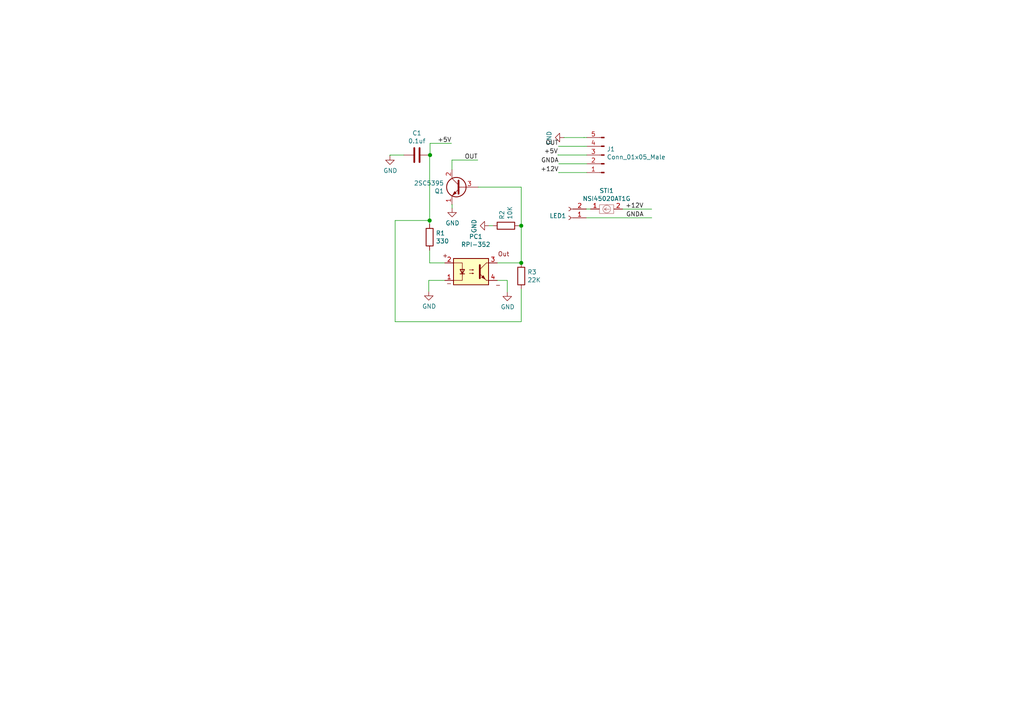
<source format=kicad_sch>
(kicad_sch (version 20210621) (generator eeschema)
  (paper "A4")
  (lib_symbols
    (symbol "Connector:Conn_01x02_Female" (pin_names (offset 1.016) hide)
      (property "Reference" "J" (at 0 2.54 0))
      (property "Value" "Conn_01x02_Female" (at 0 -5.08 0))
      (symbol "Conn_01x02_Female_1_1"
        (arc (start 0 -2.032) (end 0 -3.048) (radius (at 0 -2.54) (length 0.508) (angles 90.1 -90.1)) (stroke (width 0.1524)))
        (arc (start 0 0.508) (end 0 -0.508) (radius (at 0 0) (length 0.508) (angles 90.1 -90.1)) (stroke (width 0.1524)))
        (polyline (pts (xy -1.27 -2.54) (xy -0.508 -2.54)) (stroke (width 0.1524)))
        (polyline (pts (xy -1.27 0) (xy -0.508 0)) (stroke (width 0.1524)))
        (pin passive line (at -5.08 0 0) (length 3.81) (name "Pin_1") (number "1"))
        (pin passive line (at -5.08 -2.54 0) (length 3.81) (name "Pin_2") (number "2"))
      )
    )
    (symbol "Connector:Conn_01x05_Male" (pin_names (offset 1.016) hide)
      (property "Reference" "J" (at 0 7.62 0))
      (property "Value" "Conn_01x05_Male" (at 0 -7.62 0))
      (symbol "Conn_01x05_Male_1_1"
        (rectangle (start 0.8636 -4.953) (end 0 -5.207) (stroke (width 0.1524)) (fill (type outline)))
        (rectangle (start 0.8636 -2.413) (end 0 -2.667) (stroke (width 0.1524)) (fill (type outline)))
        (rectangle (start 0.8636 0.127) (end 0 -0.127) (stroke (width 0.1524)) (fill (type outline)))
        (rectangle (start 0.8636 2.667) (end 0 2.413) (stroke (width 0.1524)) (fill (type outline)))
        (rectangle (start 0.8636 5.207) (end 0 4.953) (stroke (width 0.1524)) (fill (type outline)))
        (polyline (pts (xy 1.27 -5.08) (xy 0.8636 -5.08)) (stroke (width 0.1524)))
        (polyline (pts (xy 1.27 -2.54) (xy 0.8636 -2.54)) (stroke (width 0.1524)))
        (polyline (pts (xy 1.27 0) (xy 0.8636 0)) (stroke (width 0.1524)))
        (polyline (pts (xy 1.27 2.54) (xy 0.8636 2.54)) (stroke (width 0.1524)))
        (polyline (pts (xy 1.27 5.08) (xy 0.8636 5.08)) (stroke (width 0.1524)))
        (pin passive line (at 5.08 5.08 180) (length 3.81) (name "Pin_1") (number "1"))
        (pin passive line (at 5.08 2.54 180) (length 3.81) (name "Pin_2") (number "2"))
        (pin passive line (at 5.08 0 180) (length 3.81) (name "Pin_3") (number "3"))
        (pin passive line (at 5.08 -2.54 180) (length 3.81) (name "Pin_4") (number "4"))
        (pin passive line (at 5.08 -5.08 180) (length 3.81) (name "Pin_5") (number "5"))
      )
    )
    (symbol "Device:C" (pin_numbers hide) (pin_names (offset 0.254))
      (property "Reference" "C" (at 0.635 2.54 0))
      (property "Value" "C" (at 0.635 -2.54 0))
      (symbol "C_0_1"
        (polyline (pts (xy -2.032 -0.762) (xy 2.032 -0.762)) (stroke (width 0.508)))
        (polyline (pts (xy -2.032 0.762) (xy 2.032 0.762)) (stroke (width 0.508)))
      )
      (symbol "C_1_1"
        (pin passive line (at 0 3.81 270) (length 2.794) (name "~") (number "1"))
        (pin passive line (at 0 -3.81 90) (length 2.794) (name "~") (number "2"))
      )
    )
    (symbol "Device:R" (pin_numbers hide) (pin_names (offset 0))
      (property "Reference" "R" (at 2.032 0 90))
      (property "Value" "R" (at 0 0 90))
      (symbol "R_0_1"
        (rectangle (start -1.016 -2.54) (end 1.016 2.54) (stroke (width 0.254)))
      )
      (symbol "R_1_1"
        (pin passive line (at 0 3.81 270) (length 1.27) (name "~") (number "1"))
        (pin passive line (at 0 -3.81 90) (length 1.27) (name "~") (number "2"))
      )
    )
    (symbol "RPI-221:2SC5395" (pin_names (offset 0) hide)
      (property "Reference" "Q" (at 5.08 1.905 0))
      (property "Value" "2SC5395" (at 5.08 0 0))
      (symbol "2SC5395_0_1"
        (circle (center 1.27 0) (radius 2.8194) (stroke (width 0.254)))
        (polyline (pts (xy 0 0) (xy 0.635 0)))
        (polyline (pts (xy 0.635 0.635) (xy 2.54 2.54)))
        (polyline (pts (xy 0.635 -0.635) (xy 2.54 -2.54) (xy 2.54 -2.54)))
        (polyline (pts (xy 0.635 1.905) (xy 0.635 -1.905) (xy 0.635 -1.905)) (stroke (width 0.508)))
        (polyline (pts (xy 1.27 -1.778) (xy 1.778 -1.27) (xy 2.286 -2.286) (xy 1.27 -1.778) (xy 1.27 -1.778)) (fill (type outline)))
      )
      (symbol "2SC5395_1_1"
        (pin passive line (at 2.54 -5.08 90) (length 2.54) (name "E") (number "1"))
        (pin passive line (at 2.54 5.08 270) (length 2.54) (name "C") (number "2"))
        (pin input line (at -5.08 0 0) (length 5.08) (name "B") (number "3"))
      )
    )
    (symbol "RPI-221:NSI45020AT1G" (pin_names (offset 1.016))
      (property "Reference" "D" (at 0.025 3.425 0))
      (property "Value" "NSI45020AT1G" (at -0.075 5.425 0))
      (symbol "NSI45020AT1G_0_1"
        (circle (center 0.025 0) (radius 1.115) (stroke (width 0.0006)))
        (rectangle (start -2 -1.25) (end 2.125 1.275) (stroke (width 0.0006)))
        (polyline (pts (xy 0.7 0) (xy 0.05 -0.425)) (stroke (width 0.0006)))
        (polyline (pts (xy -0.8 0) (xy 0.725 0) (xy 0.075 0.425) (xy 0.1 0.375)) (stroke (width 0.0006)))
      )
      (symbol "NSI45020AT1G_1_1"
        (pin output line (at 4.7 -0.025 180) (length 2.54) (name "") (number "1"))
        (pin input line (at -4.575 0 0) (length 2.54) (name "") (number "2"))
      )
    )
    (symbol "RPI-221:RPI-352" (pin_names (offset 1.016))
      (property "Reference" "U" (at -5.08 5.08 0))
      (property "Value" "RPI-352" (at -2.794 7.0866 0))
      (symbol "RPI-352_0_0"
        (text "+" (at -7.5184 4.6736 0) (effects (font (size 1.27 1.27))))
        (text "-" (at -6.4008 -3.4036 0) (effects (font (size 1.27 1.27))))
        (text "-" (at 7.8232 -3.8608 0) (effects (font (size 1.27 1.27))))
        (text "Out" (at 9.4488 5.1308 0) (effects (font (size 1.27 1.27))))
      )
      (symbol "RPI-352_0_1"
        (rectangle (start -5.08 3.81) (end 5.08 -3.81) (stroke (width 0.254)) (fill (type background)))
        (polyline (pts (xy -3.175 -0.635) (xy -1.905 -0.635)) (stroke (width 0.254)))
        (polyline (pts (xy 2.54 0.635) (xy 4.445 2.54)))
        (polyline (pts (xy 4.445 -2.54) (xy 5.08 -2.54)))
        (polyline (pts (xy 4.445 2.54) (xy 5.08 2.54)))
        (polyline (pts (xy -2.54 -0.635) (xy -2.54 -2.54) (xy -5.08 -2.54)))
        (polyline (pts (xy 2.54 1.905) (xy 2.54 -1.905) (xy 2.54 -1.905)) (stroke (width 0.508)))
        (polyline (pts (xy -5.08 2.54) (xy -2.54 2.54) (xy -2.54 -1.27) (xy -2.54 0.635)))
        (polyline (pts (xy -2.54 -0.635) (xy -3.175 0.635) (xy -1.905 0.635) (xy -2.54 -0.635)) (stroke (width 0.254)))
        (polyline (pts (xy -0.508 -0.508) (xy 0.762 -0.508) (xy 0.381 -0.635) (xy 0.381 -0.381) (xy 0.762 -0.508)))
        (polyline (pts (xy -0.508 0.508) (xy 0.762 0.508) (xy 0.381 0.381) (xy 0.381 0.635) (xy 0.762 0.508)))
        (polyline (pts (xy 4.445 -2.54) (xy 2.54 -0.635)) (fill (type outline)))
        (polyline (pts (xy 3.048 -1.651) (xy 3.556 -1.143) (xy 4.064 -2.159) (xy 3.048 -1.651) (xy 3.048 -1.651)) (fill (type outline)))
      )
      (symbol "RPI-352_1_1"
        (pin passive line (at -7.62 -2.54 0) (length 2.54) (name "~") (number "1"))
        (pin passive line (at -7.62 2.54 0) (length 2.54) (name "~") (number "2"))
        (pin passive line (at 7.62 2.54 180) (length 2.54) (name "~") (number "3"))
        (pin passive line (at 7.62 -2.54 180) (length 2.54) (name "~") (number "4"))
      )
    )
    (symbol "power:GND" (power) (pin_names (offset 0))
      (property "Value" "GND" (at 0 -3.81 0))
      (symbol "GND_0_1"
        (polyline (pts (xy 0 0) (xy 0 -1.27) (xy 1.27 -1.27) (xy 0 -2.54) (xy -1.27 -1.27) (xy 0 -1.27)))
      )
      (symbol "GND_1_1"
        (pin power_in line (at 0 0 270) (length 0) hide (name "GND") (number "1"))
      )
    )
  )
  (junction (at 124.6124 63.9572) (diameter 1.016))
  (junction (at 124.735 44.975) (diameter 1.016))
  (junction (at 151.1808 65.475) (diameter 1.016))
  (junction (at 151.1808 76.2508) (diameter 1.016))
  (wire (pts (xy 113.1 44.975) (xy 113.1 45.175)))
  (wire (pts (xy 114.6048 63.9572) (xy 124.6124 63.9572)))
  (wire (pts (xy 114.6048 93.3196) (xy 114.6048 63.9572)))
  (wire (pts (xy 114.6048 93.3196) (xy 151.1808 93.3196)))
  (wire (pts (xy 117.115 44.975) (xy 113.1 44.975)))
  (wire (pts (xy 124.3584 81.3308) (xy 129.0066 81.3308)))
  (wire (pts (xy 124.3584 84.5312) (xy 124.3584 81.3308)))
  (wire (pts (xy 124.6124 44.975) (xy 124.735 44.975)))
  (wire (pts (xy 124.6124 63.9572) (xy 124.6124 44.975)))
  (wire (pts (xy 124.6124 63.9572) (xy 124.6124 64.9732)))
  (wire (pts (xy 124.6124 76.2508) (xy 124.6124 72.5932)))
  (wire (pts (xy 124.735 41.575) (xy 130.95 41.575)))
  (wire (pts (xy 124.735 44.975) (xy 124.735 41.575)))
  (wire (pts (xy 129.0066 76.2508) (xy 124.6124 76.2508)))
  (wire (pts (xy 131.0894 46.425) (xy 138.575 46.425)))
  (wire (pts (xy 131.0894 49.1998) (xy 131.0894 46.425)))
  (wire (pts (xy 131.125 59.3598) (xy 131.0894 59.3598)))
  (wire (pts (xy 131.125 60.375) (xy 131.125 59.3598)))
  (wire (pts (xy 138.7094 54.275) (xy 138.7094 54.2798)))
  (wire (pts (xy 141.825 65.475) (xy 142.93 65.475)))
  (wire (pts (xy 144.2466 76.2508) (xy 151.1808 76.2508)))
  (wire (pts (xy 147.125 81.3308) (xy 144.2466 81.3308)))
  (wire (pts (xy 147.125 84.7) (xy 147.125 81.3308)))
  (wire (pts (xy 151.1808 54.275) (xy 138.7094 54.275)))
  (wire (pts (xy 151.1808 54.275) (xy 151.1808 65.475)))
  (wire (pts (xy 151.1808 65.475) (xy 150.55 65.475)))
  (wire (pts (xy 151.1808 65.475) (xy 151.1808 76.2508)))
  (wire (pts (xy 151.1808 93.3196) (xy 151.1808 83.8708)))
  (wire (pts (xy 161.8488 44.967) (xy 161.8488 44.8818)))
  (wire (pts (xy 162 42.435) (xy 162 42.425)))
  (wire (pts (xy 162 42.435) (xy 169.395 42.435)))
  (wire (pts (xy 162.052 50.047) (xy 162.052 50.067)))
  (wire (pts (xy 162.052 50.067) (xy 162.05 50.067)))
  (wire (pts (xy 162.075 47.507) (xy 162.075 47.5)))
  (wire (pts (xy 163.6 39.895) (xy 163.6 39.9)))
  (wire (pts (xy 163.6 39.895) (xy 169.395 39.895)))
  (wire (pts (xy 169.395 39.887) (xy 169.395 39.895)))
  (wire (pts (xy 169.395 42.427) (xy 169.395 42.435)))
  (wire (pts (xy 170.03 60.625) (xy 170.03 60.635)))
  (wire (pts (xy 170.03 63.175) (xy 189.05 63.175)))
  (wire (pts (xy 170.191 39.887) (xy 169.395 39.887)))
  (wire (pts (xy 170.191 42.427) (xy 169.395 42.427)))
  (wire (pts (xy 170.191 44.967) (xy 161.8488 44.967)))
  (wire (pts (xy 170.191 47.507) (xy 162.075 47.507)))
  (wire (pts (xy 170.191 50.047) (xy 162.052 50.047)))
  (wire (pts (xy 171.3 60.625) (xy 170.03 60.625)))
  (wire (pts (xy 180.575 60.65) (xy 189.025 60.65)))
  (label "+5V" (at 130.95 41.575 180))
  (label "OUT" (at 138.575 46.425 180))
  (label "+5V" (at 161.8488 44.8818 180))
  (label "OUT" (at 162 42.425 180))
  (label "+12V" (at 162.05 50.067 180))
  (label "GNDA" (at 162.075 47.5 180))
  (label "+12V" (at 186.675 60.65 180))
  (label "GNDA" (at 186.725 63.175 180))
  (symbol (lib_id "power:GND") (at 113.1 45.175 0) (unit 1)
    (property "Reference" "#PWR01" (effects hide))
    (property "Value" "GND" (at 113.2143 49.4994 0))
  )
  (symbol (lib_id "power:GND") (at 124.3584 84.5312 0) (unit 1)
    (property "Reference" "#PWR02" (effects hide))
    (property "Value" "GND" (at 124.4727 88.8556 0))
  )
  (symbol (lib_id "power:GND") (at 131.125 60.375 0) (unit 1)
    (property "Reference" "#PWR03" (effects hide))
    (property "Value" "GND" (at 131.2393 64.6994 0))
  )
  (symbol (lib_id "power:GND") (at 141.825 65.475 270) (unit 1)
    (property "Reference" "#PWR04" (effects hide))
    (property "Value" "GND" (at 137.5006 65.5893 0))
  )
  (symbol (lib_id "power:GND") (at 147.125 84.7 0) (unit 1)
    (property "Reference" "#PWR05" (effects hide))
    (property "Value" "GND" (at 147.2393 89.0244 0))
  )
  (symbol (lib_id "power:GND") (at 163.6 39.9 270) (unit 1)
    (property "Reference" "#PWR06" (effects hide))
    (property "Value" "GND" (at 159.2756 40.0143 0))
  )
  (symbol (lib_id "Device:R") (at 124.6124 68.7832 0) (unit 1)
    (property "Reference" "R1" (at 126.3905 67.6338 0) (effects (justify left)))
    (property "Value" "330" (at 126.391 69.9324 0) (effects (justify left)))
    (property "Footprint" "Resistor_THT:R_Axial_DIN0204_L3.6mm_D1.6mm_P5.08mm_Horizontal" (effects hide))
  )
  (symbol (lib_id "Device:R") (at 146.74 65.475 270) (unit 1)
    (property "Reference" "R2" (at 145.59 63.697 0) (effects (justify right)))
    (property "Value" "10K" (at 147.889 63.696 0) (effects (justify right)))
    (property "Footprint" "Resistor_THT:R_Axial_DIN0204_L3.6mm_D1.6mm_P5.08mm_Horizontal" (effects hide))
  )
  (symbol (lib_id "Device:R") (at 151.1808 80.0608 180) (unit 1)
    (property "Reference" "R3" (at 152.9592 78.911 0) (effects (justify right)))
    (property "Value" "22K" (at 152.9596 81.21 0) (effects (justify right)))
    (property "Footprint" "Resistor_THT:R_Axial_DIN0204_L3.6mm_D1.6mm_P5.08mm_Horizontal" (effects hide))
  )
  (symbol (lib_id "Connector:Conn_01x02_Female") (at 164.95 63.175 180) (unit 1)
    (property "Reference" "LED1" (at 164.239 62.597 0) (effects (justify left)))
    (property "Value" "Conn_01x02_Female" (effects hide))
    (property "Footprint" "Connector_JST:JST_PH_S2B-PH-K_1x02_P2.00mm_Horizontal" (effects hide))
  )
  (symbol (lib_id "RPI-221:NSI45020AT1G") (at 176 60.65 180) (unit 1)
    (property "Reference" "STI1" (at 175.938 55.316 0))
    (property "Value" "NSI45020AT1G" (at 175.9375 57.6152 0))
    (property "Footprint" "Diode_SMD:D_SOD-123" (effects hide))
  )
  (symbol (lib_id "Device:C") (at 120.925 44.975 90) (unit 1)
    (property "Reference" "C1" (at 120.925 38.606 90))
    (property "Value" "0.1uf" (at 120.9246 40.9046 90))
    (property "Footprint" "Capacitor_THT:C_Disc_D3.8mm_W2.6mm_P2.50mm" (effects hide))
  )
  (symbol (lib_id "Connector:Conn_01x05_Male") (at 175.271 44.967 180) (unit 1)
    (property "Reference" "J1" (at 175.9823 43.2588 0) (effects (justify right)))
    (property "Value" "Conn_01x05_Male" (at 175.9823 45.5575 0) (effects (justify right)))
    (property "Footprint" "Connector_JST:JST_PH_S5B-PH-K_1x05_P2.00mm_Horizontal" (effects hide))
  )
  (symbol (lib_id "RPI-221:2SC5395") (at 133.6294 54.2798 0) (mirror y) (unit 1)
    (property "Reference" "Q1" (at 128.7778 55.4296 0) (effects (justify left)))
    (property "Value" "2SC5395" (at 128.778 53.1305 0) (effects (justify left)))
    (property "Footprint" "Package_TO_SOT_THT:TO-92S_Wide" (effects hide))
    (property "Datasheet" "http://rtellason.com/transdata/2sc5395.pdf" (effects hide))
  )
  (symbol (lib_id "RPI-221:RPI-352") (at 136.6266 78.7908 0) (unit 1)
    (property "Reference" "PC1" (at 138 68.6226 0))
    (property "Value" "RPI-352" (at 138 70.9215 0))
    (property "Footprint" "RPI-221:RPI-352_otherholes" (effects hide))
    (property "Datasheet" "https://www.mouser.com/datasheet/2/348/rpi-221-208938.pdf" (effects hide))
  )
)
</source>
